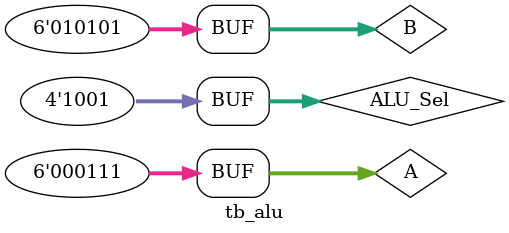
<source format=v>
`timescale 1ns/1ps

module alu(A,B,ALU_Sel,ALU_Out);
    input [5:0] A,B;            
    input [3:0] ALU_Sel;
    output [5:0] ALU_Out; 
    reg [5:0] ALU_Result;
    wire [6:0] tmp;
    assign ALU_Out = ALU_Result; // ALU out

always @(*)
    begin
        case(ALU_Sel)
        4'b0000: 
           ALU_Result = A & B ; //AND
        4'b0001: 
           ALU_Result = A | B ; //OR
        4'b0010: 
           ALU_Result = A ^ B;//XOR
        4'b0011: 
           ALU_Result = ~A;//COMPLEMENT
        4'b0100: 
           ALU_Result = A<<1;//LEFT SHIFT
        4'b0101: 
           ALU_Result = A>>1;//RIGHT SHIFT
        4'b0110: 
           ALU_Result = {A[4:0],A[5]};//CIRCULAR RIGHT SHIFT
        4'b0111:
           ALU_Result = {A[0],A[5:1]};//CIRCULAR LEFT SHIFT
        4'b1000: 
           ALU_Result = A<<<1;//ARITHEMETIC LEFT SHIFT
        4'b1001: 
           ALU_Result = A>>>1;//ARITHEMATIC RIGHT SHIFT

        default: ALU_Result = A; 
    endcase
end

endmodule

module tb_alu;

 reg[5:0] A,B;
 reg[3:0] ALU_Sel;
 wire[5:0] ALU_Out;
 wire CarryOut;

 alu test_unit(A,B,ALU_Sel,ALU_Out);
    initial begin
      #0     A = 6'b000111;B = 6'b010101; ALU_Sel = 4'b0000;
      #10    A = 6'b000111;B = 6'b010101; ALU_Sel = 4'b0001;
      #10    A = 6'b000111;B = 6'b010101; ALU_Sel = 4'b0010;
      #10    A = 6'b000111;B = 6'b010101; ALU_Sel = 4'b0011;
      #10    A = 6'b000111;B = 6'b010101; ALU_Sel = 4'b0100;
      #10    A = 6'b000111;B = 6'b010101; ALU_Sel = 4'b0101;
      #10    A = 6'b000111;B = 6'b010101; ALU_Sel = 4'b0110;
      #10    A = 6'b000111;B = 6'b010101; ALU_Sel = 4'b0111;
      #10    A = 6'b000111;B = 6'b010101; ALU_Sel = 4'b1000;
      #10    A = 6'b000111;B = 6'b010101; ALU_Sel = 4'b1001;
    end

    initial begin
        $monitor("a=%b b=%b ALU_Sel=%b ALU_Out=%b ",A,B,ALU_Sel,ALU_Out);
    end
      
endmodule
</source>
